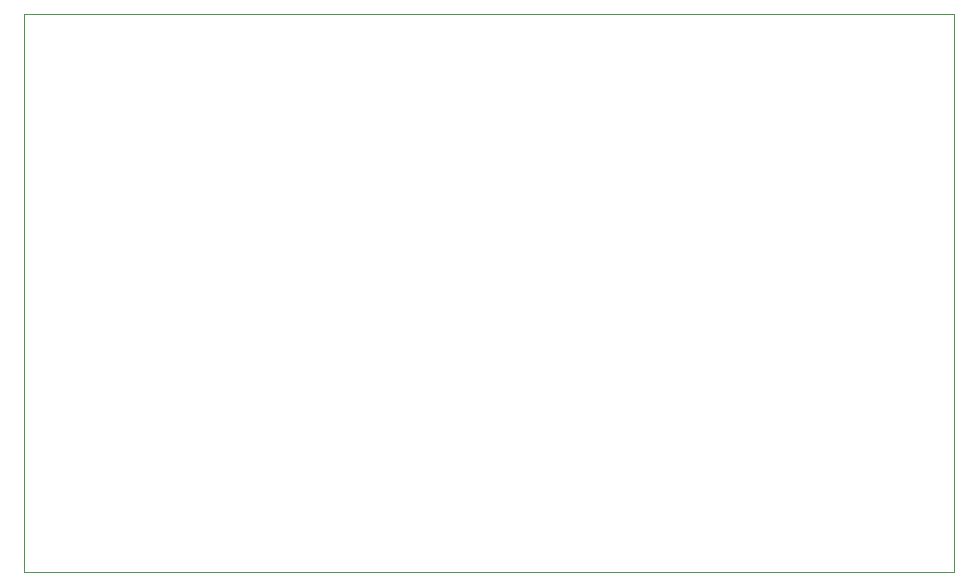
<source format=gbr>
%TF.GenerationSoftware,KiCad,Pcbnew,7.0.6*%
%TF.CreationDate,2023-10-05T23:14:00-06:00*%
%TF.ProjectId,CAN-USB RF Module,43414e2d-5553-4422-9052-46204d6f6475,1.0*%
%TF.SameCoordinates,Original*%
%TF.FileFunction,Profile,NP*%
%FSLAX46Y46*%
G04 Gerber Fmt 4.6, Leading zero omitted, Abs format (unit mm)*
G04 Created by KiCad (PCBNEW 7.0.6) date 2023-10-05 23:14:00*
%MOMM*%
%LPD*%
G01*
G04 APERTURE LIST*
%TA.AperFunction,Profile*%
%ADD10C,0.100000*%
%TD*%
G04 APERTURE END LIST*
D10*
X98140000Y-71030000D02*
X176880000Y-71030000D01*
X176880000Y-118274000D01*
X98140000Y-118274000D01*
X98140000Y-71030000D01*
M02*

</source>
